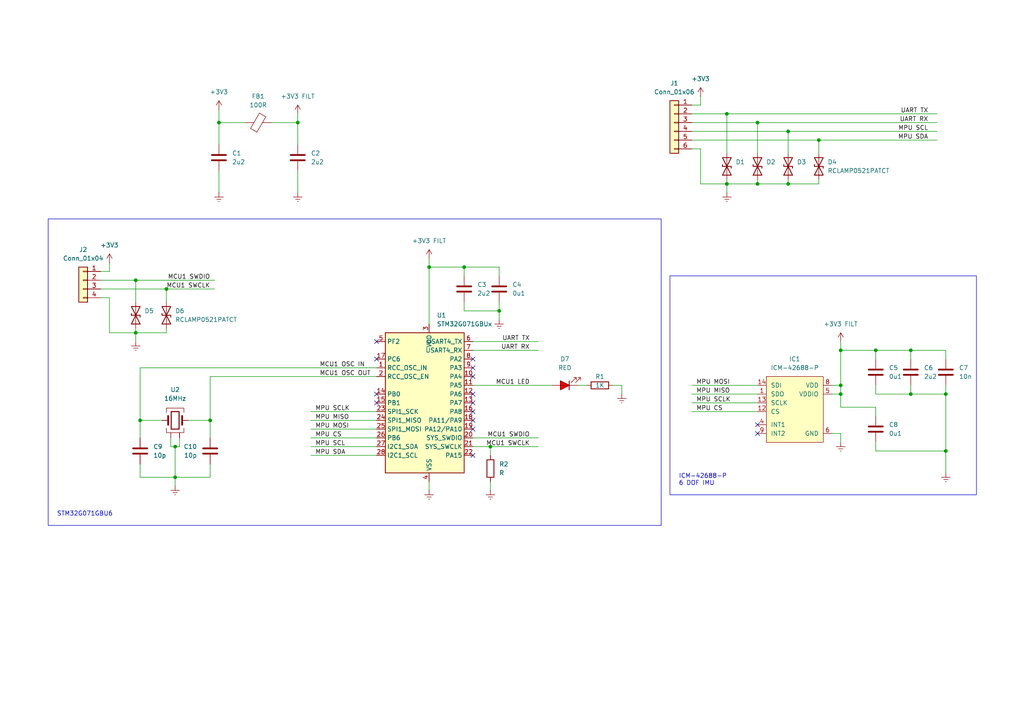
<source format=kicad_sch>
(kicad_sch (version 20231120) (generator "eeschema") (generator_version "8.0")
  (paper "A4")
  (lib_symbols
    (symbol "Connector_Generic:Conn_01x04" (pin_names (offset 1.016) hide)
      (property "Reference" "J" (at 0 5.08 0))
      (property "Value" "Conn_01x04" (at 0 -7.62 0))
      (symbol "Conn_01x04_1_1"
        (rectangle (start -1.27 -4.953) (end 0 -5.207) (stroke (width 0.1524)))
        (rectangle (start -1.27 -2.413) (end 0 -2.667) (stroke (width 0.1524)))
        (rectangle (start -1.27 0.127) (end 0 -0.127) (stroke (width 0.1524)))
        (rectangle (start -1.27 2.667) (end 0 2.413) (stroke (width 0.1524)))
        (rectangle (start -1.27 3.81) (end 1.27 -6.35) (stroke (width 0.254)) (fill (type background)))
        (pin passive line (at -5.08 2.54 0) (length 3.81) (name "Pin_1") (number "1"))
        (pin passive line (at -5.08 0 0) (length 3.81) (name "Pin_2") (number "2"))
        (pin passive line (at -5.08 -2.54 0) (length 3.81) (name "Pin_3") (number "3"))
        (pin passive line (at -5.08 -5.08 0) (length 3.81) (name "Pin_4") (number "4"))
      )
    )
    (symbol "Connector_Generic:Conn_01x06" (pin_names (offset 1.016) hide)
      (property "Reference" "J" (at 0 7.62 0))
      (property "Value" "Conn_01x06" (at 0 -10.16 0))
      (symbol "Conn_01x06_1_1"
        (rectangle (start -1.27 -7.493) (end 0 -7.747) (stroke (width 0.1524)))
        (rectangle (start -1.27 -4.953) (end 0 -5.207) (stroke (width 0.1524)))
        (rectangle (start -1.27 -2.413) (end 0 -2.667) (stroke (width 0.1524)))
        (rectangle (start -1.27 0.127) (end 0 -0.127) (stroke (width 0.1524)))
        (rectangle (start -1.27 2.667) (end 0 2.413) (stroke (width 0.1524)))
        (rectangle (start -1.27 5.207) (end 0 4.953) (stroke (width 0.1524)))
        (rectangle (start -1.27 6.35) (end 1.27 -8.89) (stroke (width 0.254)) (fill (type background)))
        (pin passive line (at -5.08 5.08 0) (length 3.81) (name "Pin_1") (number "1"))
        (pin passive line (at -5.08 2.54 0) (length 3.81) (name "Pin_2") (number "2"))
        (pin passive line (at -5.08 0 0) (length 3.81) (name "Pin_3") (number "3"))
        (pin passive line (at -5.08 -2.54 0) (length 3.81) (name "Pin_4") (number "4"))
        (pin passive line (at -5.08 -5.08 0) (length 3.81) (name "Pin_5") (number "5"))
        (pin passive line (at -5.08 -7.62 0) (length 3.81) (name "Pin_6") (number "6"))
      )
    )
    (symbol "Device:C" (pin_numbers hide) (pin_names (offset 0.254))
      (property "Reference" "C" (at 0.635 2.54 0))
      (property "Value" "C" (at 0.635 -2.54 0))
      (symbol "C_0_1"
        (polyline (pts (xy -2.032 -0.762) (xy 2.032 -0.762)) (stroke (width 0.508)))
        (polyline (pts (xy -2.032 0.762) (xy 2.032 0.762)) (stroke (width 0.508)))
      )
      (symbol "C_1_1"
        (pin passive line (at 0 3.81 270) (length 2.794) (name "~") (number "1"))
        (pin passive line (at 0 -3.81 90) (length 2.794) (name "~") (number "2"))
      )
    )
    (symbol "Device:D_TVS" (pin_numbers hide) (pin_names (offset 1.016) hide)
      (property "Reference" "D" (at 0 2.54 0))
      (property "Value" "D_TVS" (at 0 -2.54 0))
      (symbol "D_TVS_0_1"
        (polyline (pts (xy 1.27 0) (xy -1.27 0)))
        (polyline (pts (xy 0.508 1.27) (xy 0 1.27) (xy 0 -1.27) (xy -0.508 -1.27)) (stroke (width 0.254)))
        (polyline (pts (xy -2.54 1.27) (xy -2.54 -1.27) (xy 2.54 1.27) (xy 2.54 -1.27) (xy -2.54 1.27)) (stroke (width 0.254)))
      )
      (symbol "D_TVS_1_1"
        (pin passive line (at -3.81 0 0) (length 2.54) (name "A1") (number "1"))
        (pin passive line (at 3.81 0 180) (length 2.54) (name "A2") (number "2"))
      )
    )
    (symbol "Device:FerriteBead" (pin_numbers hide) (pin_names (offset 0))
      (property "Reference" "FB" (at -3.81 0.635 90))
      (property "Value" "FerriteBead" (at 3.81 0 90))
      (symbol "FerriteBead_0_1"
        (polyline (pts (xy 0 -1.27) (xy 0 -1.2192)))
        (polyline (pts (xy 0 1.27) (xy 0 1.2954)))
        (polyline (pts (xy -2.7686 0.4064) (xy -1.7018 2.2606) (xy 2.7686 -0.3048) (xy 1.6764 -2.159) (xy -2.7686 0.4064)))
      )
      (symbol "FerriteBead_1_1"
        (pin passive line (at 0 3.81 270) (length 2.54) (name "~") (number "1"))
        (pin passive line (at 0 -3.81 90) (length 2.54) (name "~") (number "2"))
      )
    )
    (symbol "Device:LED" (pin_numbers hide) (pin_names (offset 1.016) hide)
      (property "Reference" "D301" (at 0 -7.62 0))
      (property "Value" "RED" (at 0 -5.08 0))
      (symbol "LED_0_1"
        (polyline (pts (xy -1.27 -1.27) (xy -1.27 1.27)) (stroke (width 0.254)))
        (polyline (pts (xy -1.27 0) (xy 1.27 0)))
        (polyline (pts (xy -3.048 -0.762) (xy -4.572 -2.286) (xy -3.81 -2.286) (xy -4.572 -2.286) (xy -4.572 -1.524)))
        (polyline (pts (xy -1.778 -0.762) (xy -3.302 -2.286) (xy -2.54 -2.286) (xy -3.302 -2.286) (xy -3.302 -1.524)))
      )
      (symbol "LED_1_1"
        (polyline (pts (xy 1.27 -1.27) (xy 1.27 1.27) (xy -1.27 0) (xy 1.27 -1.27)) (stroke (width 0.254)) (fill (type color) (color 255 0 0 1)))
        (pin passive line (at -3.81 0 0) (length 2.54) (name "K") (number "1"))
        (pin passive line (at 3.81 0 180) (length 2.54) (name "A") (number "2"))
      )
    )
    (symbol "Device:R" (pin_numbers hide) (pin_names (offset 0))
      (property "Reference" "R" (at 2.032 0 90))
      (property "Value" "R" (at 0 0 90))
      (symbol "R_0_1"
        (rectangle (start -1.016 -2.54) (end 1.016 2.54) (stroke (width 0.254)))
      )
      (symbol "R_1_1"
        (pin passive line (at 0 3.81 270) (length 1.27) (name "~") (number "1"))
        (pin passive line (at 0 -3.81 90) (length 1.27) (name "~") (number "2"))
      )
    )
    (symbol "MCU_ST_STM32G0:STM32G071GBUx"
      (property "Reference" "U" (at -10.16 21.59 0))
      (property "Value" "STM32G071GBUx" (at 5.08 21.59 0))
      (symbol "STM32G071GBUx_0_1"
        (rectangle (start -10.16 -20.32) (end 12.7 20.32) (stroke (width 0.254)) (fill (type background)))
      )
      (symbol "STM32G071GBUx_1_1"
        (pin bidirectional line (at -12.7 10.16 0) (length 2.54) (name "PC14") (number "1") (alternate "RCC_OSC_IN" bidirectional line))
        (pin bidirectional line (at 15.24 7.62 180) (length 2.54) (name "PA4") (number "10"))
        (pin bidirectional line (at 15.24 5.08 180) (length 2.54) (name "PA5") (number "11") (alternate "SPI1_SCK" bidirectional line))
        (pin bidirectional line (at 15.24 2.54 180) (length 2.54) (name "PA6") (number "12") (alternate "SPI1_MISO" bidirectional line))
        (pin bidirectional line (at 15.24 0 180) (length 2.54) (name "PA7") (number "13") (alternate "SPI1_MOSI" bidirectional line))
        (pin bidirectional line (at -12.7 2.54 0) (length 2.54) (name "PB0") (number "14"))
        (pin bidirectional line (at -12.7 0 0) (length 2.54) (name "PB1") (number "15"))
        (pin bidirectional line (at 15.24 -2.54 180) (length 2.54) (name "PA8") (number "16"))
        (pin bidirectional line (at -12.7 12.7 0) (length 2.54) (name "PC6") (number "17"))
        (pin bidirectional line (at 15.24 -5.08 180) (length 2.54) (name "PA11/PA9") (number "18") (alternate "SPI1_MISO" bidirectional line))
        (pin bidirectional line (at 15.24 -7.62 180) (length 2.54) (name "PA12/PA10") (number "19") (alternate "SPI1_MOSI" bidirectional line))
        (pin bidirectional line (at -12.7 7.62 0) (length 2.54) (name "PC15") (number "2") (alternate "RCC_OSC_EN" bidirectional line))
        (pin bidirectional line (at 15.24 -10.16 180) (length 2.54) (name "PA13") (number "20") (alternate "SYS_SWDIO" bidirectional line))
        (pin bidirectional line (at 15.24 -12.7 180) (length 2.54) (name "PA14") (number "21") (alternate "SYS_SWCLK" bidirectional line))
        (pin bidirectional line (at 15.24 -15.24 180) (length 2.54) (name "PA15") (number "22"))
        (pin bidirectional line (at -12.7 -2.54 0) (length 2.54) (name "PB3") (number "23") (alternate "SPI1_SCK" bidirectional line))
        (pin bidirectional line (at -12.7 -5.08 0) (length 2.54) (name "PB4") (number "24") (alternate "SPI1_MISO" bidirectional line))
        (pin bidirectional line (at -12.7 -7.62 0) (length 2.54) (name "PB5") (number "25") (alternate "SPI1_MOSI" bidirectional line))
        (pin bidirectional line (at -12.7 -10.16 0) (length 2.54) (name "PB6") (number "26") (alternate "I2C1_SCL" bidirectional line))
        (pin bidirectional line (at -12.7 -12.7 0) (length 2.54) (name "PB7") (number "27") (alternate "I2C1_SDA" bidirectional line))
        (pin bidirectional line (at -12.7 -15.24 0) (length 2.54) (name "PB8") (number "28") (alternate "I2C1_SCL" bidirectional line))
        (pin power_in line (at 2.54 22.86 270) (length 2.54) (name "VDD") (number "3"))
        (pin power_in line (at 2.54 -22.86 90) (length 2.54) (name "VSS") (number "4"))
        (pin bidirectional line (at -12.7 17.78 0) (length 2.54) (name "PF2") (number "5"))
        (pin bidirectional line (at 15.24 17.78 180) (length 2.54) (name "PA0") (number "6") (alternate "USART4_TX" bidirectional line))
        (pin bidirectional line (at 15.24 15.24 180) (length 2.54) (name "PA1") (number "7") (alternate "SPI1_SCK" bidirectional line) (alternate "USART4_RX" bidirectional line))
        (pin bidirectional line (at 15.24 12.7 180) (length 2.54) (name "PA2") (number "8") (alternate "SPI1_MOSI" bidirectional line))
        (pin bidirectional line (at 15.24 10.16 180) (length 2.54) (name "PA3") (number "9"))
      )
    )
    (symbol "power:+3V3" (power) (pin_numbers hide) (pin_names (offset 0) hide)
      (property "Value" "+3V3" (at 0 3.556 0))
      (symbol "+3V3_0_1"
        (polyline (pts (xy -0.762 1.27) (xy 0 2.54)))
        (polyline (pts (xy 0 0) (xy 0 2.54)))
        (polyline (pts (xy 0 2.54) (xy 0.762 1.27)))
      )
      (symbol "+3V3_1_1"
        (pin power_in line (at 0 0 90) (length 0) (name "~") (number "1"))
      )
    )
    (symbol "power:GNDREF" (power) (pin_numbers hide) (pin_names (offset 0) hide)
      (property "Value" "GNDREF" (at 0 -3.81 0))
      (symbol "GNDREF_0_1"
        (polyline (pts (xy -0.635 -1.905) (xy 0.635 -1.905)))
        (polyline (pts (xy -0.127 -2.54) (xy 0.127 -2.54)))
        (polyline (pts (xy 0 -1.27) (xy 0 0)))
        (polyline (pts (xy 1.27 -1.27) (xy -1.27 -1.27)))
      )
      (symbol "GNDREF_1_1"
        (pin power_in line (at 0 0 270) (length 0) (name "~") (number "1"))
      )
    )
    (symbol "vincent:Crystal_GND" (pin_numbers hide) (pin_names (offset 1.27) hide)
      (property "Reference" "U" (at 0 2.286 0))
      (property "Value" "Crystal_GND" (at 0 0.762 0))
      (symbol "Crystal_GND_0_1"
        (rectangle (start -1.143 -1.27) (end 1.143 -6.35) (stroke (width 0.3048)))
        (polyline (pts (xy -2.54 -3.81) (xy -2.032 -3.81)))
        (polyline (pts (xy -2.032 -5.08) (xy -2.032 -2.54)) (stroke (width 0.508)))
        (polyline (pts (xy -1.27 -7.62) (xy -1.27 -7.366)))
        (polyline (pts (xy 1.27 -7.366) (xy 1.27 -7.62)))
        (polyline (pts (xy 2.032 -5.08) (xy 2.032 -2.54)) (stroke (width 0.508)))
        (polyline (pts (xy 2.032 -3.81) (xy 2.54 -3.81)))
        (polyline (pts (xy -2.54 -6.096) (xy -2.54 -7.366) (xy 2.54 -7.366) (xy 2.54 -6.096)))
        (polyline (pts (xy -2.54 -1.524) (xy -2.54 -0.254) (xy 2.54 -0.254) (xy 2.54 -1.524)))
      )
      (symbol "Crystal_GND_1_1"
        (pin passive line (at -3.81 -3.81 0) (length 1.27) (name "1") (number "1"))
        (pin passive line (at -1.27 -8.89 90) (length 1.27) (name "2") (number "2"))
        (pin passive line (at 3.81 -3.81 180) (length 1.27) (name "3") (number "3"))
        (pin passive line (at 1.27 -8.89 90) (length 1.27) (name "4") (number "4"))
      )
    )
    (symbol "vincent:ICM-42688-P" (pin_names (offset 1.27))
      (property "Reference" "IC" (at 2.286 4.572 0))
      (property "Value" "ICM-42688-P" (at 2.286 2.032 0))
      (symbol "ICM-42688-P_1_1"
        (rectangle (start 2.54 0) (end 19.05 -19.05) (fill (type background)))
        (pin passive line (at 0 -5.08 0) (length 2.54) (name "SDO") (number "1"))
        (pin passive line (at 21.59 -16.51 180) (length 2.54) hide (name "RESV") (number "10"))
        (pin passive line (at 21.59 -16.51 180) (length 2.54) hide (name "RESV") (number "11"))
        (pin passive line (at 0 -10.16 0) (length 2.54) (name "CS") (number "12"))
        (pin passive line (at 0 -7.62 0) (length 2.54) (name "SCLK") (number "13"))
        (pin passive line (at 0 -2.54 0) (length 2.54) (name "SDI") (number "14"))
        (pin passive line (at 21.59 -16.51 180) (length 2.54) hide (name "RESV") (number "2"))
        (pin passive line (at 21.59 -16.51 180) (length 2.54) hide (name "RESV") (number "3"))
        (pin passive line (at 0 -13.97 0) (length 2.54) (name "INT1") (number "4"))
        (pin passive line (at 21.59 -5.08 180) (length 2.54) (name "VDDIO") (number "5"))
        (pin passive line (at 21.59 -16.51 180) (length 2.54) (name "GND") (number "6"))
        (pin passive line (at 21.59 -16.51 180) (length 2.54) hide (name "RESV") (number "7"))
        (pin power_in line (at 21.59 -2.54 180) (length 2.54) (name "VDD") (number "8"))
        (pin passive line (at 0 -16.51 0) (length 2.54) (name "INT2") (number "9"))
      )
    )
  )
  (junction (at 142.24 129.54))
  (junction (at 39.37 81.28))
  (junction (at 237.49 40.64))
  (junction (at 210.82 53.34))
  (junction (at 50.8 129.54))
  (junction (at 210.82 33.02))
  (junction (at 144.78 90.17))
  (junction (at 124.46 77.47))
  (junction (at 243.84 111.76))
  (junction (at 228.6 53.34))
  (junction (at 219.71 53.34))
  (junction (at 86.36 35.56))
  (junction (at 274.32 130.81))
  (junction (at 63.5 35.56))
  (junction (at 243.84 114.3))
  (junction (at 264.16 101.6))
  (junction (at 264.16 114.3))
  (junction (at 60.96 121.92))
  (junction (at 254 101.6))
  (junction (at 50.8 138.43))
  (junction (at 39.37 96.52))
  (junction (at 219.71 35.56))
  (junction (at 274.32 114.3))
  (junction (at 243.84 101.6))
  (junction (at 228.6 38.1))
  (junction (at 40.64 121.92))
  (junction (at 48.26 83.82))
  (junction (at 134.62 77.47))
  (no_connect (at 137.16 132.08))
  (no_connect (at 137.16 104.14))
  (no_connect (at 137.16 114.3))
  (no_connect (at 137.16 119.38))
  (no_connect (at 109.22 99.06))
  (no_connect (at 137.16 109.22))
  (no_connect (at 109.22 114.3))
  (no_connect (at 109.22 116.84))
  (no_connect (at 137.16 106.68))
  (no_connect (at 219.71 123.19))
  (no_connect (at 219.71 125.73))
  (no_connect (at 137.16 121.92))
  (no_connect (at 109.22 104.14))
  (no_connect (at 137.16 124.46))
  (no_connect (at 137.16 116.84))
  (wire (pts (xy 142.24 129.54) (xy 156.21 129.54)))
  (wire (pts (xy 60.96 121.92) (xy 54.61 121.92)))
  (wire (pts (xy 39.37 95.25) (xy 39.37 96.52)))
  (wire (pts (xy 200.66 111.76) (xy 219.71 111.76)))
  (wire (pts (xy 137.16 101.6) (xy 156.21 101.6)))
  (wire (pts (xy 210.82 52.07) (xy 210.82 53.34)))
  (wire (pts (xy 52.07 127) (xy 52.07 129.54)))
  (wire (pts (xy 50.8 129.54) (xy 49.53 129.54)))
  (wire (pts (xy 90.17 124.46) (xy 109.22 124.46)))
  (wire (pts (xy 264.16 101.6) (xy 274.32 101.6)))
  (wire (pts (xy 39.37 81.28) (xy 62.23 81.28)))
  (wire (pts (xy 243.84 101.6) (xy 254 101.6)))
  (wire (pts (xy 134.62 77.47) (xy 144.78 77.47)))
  (wire (pts (xy 219.71 35.56) (xy 271.78 35.56)))
  (wire (pts (xy 40.64 121.92) (xy 40.64 127)))
  (wire (pts (xy 29.21 83.82) (xy 48.26 83.82)))
  (wire (pts (xy 142.24 139.7) (xy 142.24 142.24)))
  (wire (pts (xy 137.16 111.76) (xy 160.02 111.76)))
  (wire (pts (xy 237.49 40.64) (xy 271.78 40.64)))
  (wire (pts (xy 134.62 90.17) (xy 144.78 90.17)))
  (wire (pts (xy 90.17 132.08) (xy 109.22 132.08)))
  (wire (pts (xy 78.74 35.56) (xy 86.36 35.56)))
  (wire (pts (xy 31.75 96.52) (xy 39.37 96.52)))
  (wire (pts (xy 228.6 38.1) (xy 271.78 38.1)))
  (wire (pts (xy 48.26 83.82) (xy 62.23 83.82)))
  (wire (pts (xy 124.46 139.7) (xy 124.46 142.24)))
  (wire (pts (xy 203.2 43.18) (xy 203.2 53.34)))
  (wire (pts (xy 134.62 77.47) (xy 134.62 80.01)))
  (wire (pts (xy 200.66 116.84) (xy 219.71 116.84)))
  (wire (pts (xy 241.3 111.76) (xy 243.84 111.76)))
  (wire (pts (xy 29.21 78.74) (xy 31.75 78.74)))
  (wire (pts (xy 63.5 31.75) (xy 63.5 35.56)))
  (wire (pts (xy 200.66 35.56) (xy 219.71 35.56)))
  (wire (pts (xy 254 101.6) (xy 264.16 101.6)))
  (wire (pts (xy 200.66 119.38) (xy 219.71 119.38)))
  (wire (pts (xy 137.16 127) (xy 156.21 127)))
  (wire (pts (xy 50.8 138.43) (xy 50.8 140.97)))
  (wire (pts (xy 274.32 114.3) (xy 274.32 130.81)))
  (wire (pts (xy 243.84 114.3) (xy 243.84 118.11)))
  (wire (pts (xy 177.8 111.76) (xy 180.34 111.76)))
  (wire (pts (xy 52.07 129.54) (xy 50.8 129.54)))
  (wire (pts (xy 60.96 109.22) (xy 60.96 121.92)))
  (wire (pts (xy 210.82 33.02) (xy 210.82 44.45)))
  (wire (pts (xy 200.66 33.02) (xy 210.82 33.02)))
  (wire (pts (xy 203.2 53.34) (xy 210.82 53.34)))
  (wire (pts (xy 29.21 86.36) (xy 31.75 86.36)))
  (wire (pts (xy 144.78 87.63) (xy 144.78 90.17)))
  (wire (pts (xy 274.32 111.76) (xy 274.32 114.3)))
  (wire (pts (xy 60.96 109.22) (xy 109.22 109.22)))
  (wire (pts (xy 144.78 90.17) (xy 144.78 92.71)))
  (wire (pts (xy 124.46 77.47) (xy 134.62 77.47)))
  (wire (pts (xy 60.96 121.92) (xy 60.96 127)))
  (wire (pts (xy 39.37 81.28) (xy 39.37 87.63)))
  (wire (pts (xy 90.17 127) (xy 109.22 127)))
  (wire (pts (xy 109.22 106.68) (xy 40.64 106.68)))
  (wire (pts (xy 167.64 111.76) (xy 170.18 111.76)))
  (wire (pts (xy 274.32 101.6) (xy 274.32 104.14)))
  (wire (pts (xy 203.2 27.94) (xy 203.2 30.48)))
  (wire (pts (xy 86.36 49.53) (xy 86.36 55.88)))
  (wire (pts (xy 40.64 134.62) (xy 40.64 138.43)))
  (wire (pts (xy 237.49 44.45) (xy 237.49 40.64)))
  (wire (pts (xy 228.6 53.34) (xy 237.49 53.34)))
  (wire (pts (xy 137.16 129.54) (xy 142.24 129.54)))
  (wire (pts (xy 63.5 35.56) (xy 71.12 35.56)))
  (wire (pts (xy 200.66 114.3) (xy 219.71 114.3)))
  (wire (pts (xy 219.71 53.34) (xy 219.71 52.07)))
  (wire (pts (xy 124.46 74.93) (xy 124.46 77.47)))
  (wire (pts (xy 144.78 77.47) (xy 144.78 80.01)))
  (wire (pts (xy 243.84 101.6) (xy 243.84 111.76)))
  (wire (pts (xy 48.26 83.82) (xy 48.26 87.63)))
  (wire (pts (xy 254 101.6) (xy 254 104.14)))
  (wire (pts (xy 50.8 138.43) (xy 40.64 138.43)))
  (wire (pts (xy 237.49 52.07) (xy 237.49 53.34)))
  (wire (pts (xy 254 130.81) (xy 274.32 130.81)))
  (wire (pts (xy 200.66 40.64) (xy 237.49 40.64)))
  (wire (pts (xy 241.3 125.73) (xy 243.84 125.73)))
  (wire (pts (xy 219.71 35.56) (xy 219.71 44.45)))
  (wire (pts (xy 274.32 130.81) (xy 274.32 137.16)))
  (wire (pts (xy 60.96 138.43) (xy 50.8 138.43)))
  (wire (pts (xy 264.16 111.76) (xy 264.16 114.3)))
  (wire (pts (xy 39.37 96.52) (xy 39.37 99.06)))
  (wire (pts (xy 254 128.27) (xy 254 130.81)))
  (wire (pts (xy 200.66 30.48) (xy 203.2 30.48)))
  (wire (pts (xy 50.8 129.54) (xy 50.8 138.43)))
  (wire (pts (xy 90.17 119.38) (xy 109.22 119.38)))
  (wire (pts (xy 31.75 86.36) (xy 31.75 96.52)))
  (wire (pts (xy 137.16 99.06) (xy 156.21 99.06)))
  (wire (pts (xy 90.17 129.54) (xy 109.22 129.54)))
  (wire (pts (xy 86.36 33.02) (xy 86.36 35.56)))
  (wire (pts (xy 39.37 96.52) (xy 48.26 96.52)))
  (wire (pts (xy 228.6 52.07) (xy 228.6 53.34)))
  (wire (pts (xy 254 118.11) (xy 254 120.65)))
  (wire (pts (xy 90.17 121.92) (xy 109.22 121.92)))
  (wire (pts (xy 124.46 77.47) (xy 124.46 93.98)))
  (wire (pts (xy 243.84 99.06) (xy 243.84 101.6)))
  (wire (pts (xy 264.16 101.6) (xy 264.16 104.14)))
  (wire (pts (xy 86.36 35.56) (xy 86.36 41.91)))
  (wire (pts (xy 200.66 43.18) (xy 203.2 43.18)))
  (wire (pts (xy 31.75 76.2) (xy 31.75 78.74)))
  (wire (pts (xy 63.5 35.56) (xy 63.5 41.91)))
  (wire (pts (xy 200.66 38.1) (xy 228.6 38.1)))
  (wire (pts (xy 254 111.76) (xy 254 114.3)))
  (wire (pts (xy 264.16 114.3) (xy 274.32 114.3)))
  (wire (pts (xy 254 118.11) (xy 243.84 118.11)))
  (wire (pts (xy 49.53 129.54) (xy 49.53 127)))
  (wire (pts (xy 40.64 106.68) (xy 40.64 121.92)))
  (wire (pts (xy 48.26 96.52) (xy 48.26 95.25)))
  (wire (pts (xy 29.21 81.28) (xy 39.37 81.28)))
  (wire (pts (xy 63.5 49.53) (xy 63.5 55.88)))
  (wire (pts (xy 134.62 87.63) (xy 134.62 90.17)))
  (wire (pts (xy 210.82 53.34) (xy 219.71 53.34)))
  (wire (pts (xy 210.82 33.02) (xy 271.78 33.02)))
  (wire (pts (xy 60.96 134.62) (xy 60.96 138.43)))
  (wire (pts (xy 210.82 53.34) (xy 210.82 55.88)))
  (wire (pts (xy 243.84 125.73) (xy 243.84 128.27)))
  (wire (pts (xy 243.84 114.3) (xy 243.84 111.76)))
  (wire (pts (xy 46.99 121.92) (xy 40.64 121.92)))
  (wire (pts (xy 142.24 129.54) (xy 142.24 132.08)))
  (wire (pts (xy 219.71 53.34) (xy 228.6 53.34)))
  (wire (pts (xy 241.3 114.3) (xy 243.84 114.3)))
  (wire (pts (xy 254 114.3) (xy 264.16 114.3)))
  (wire (pts (xy 180.34 111.76) (xy 180.34 114.3)))
  (wire (pts (xy 228.6 38.1) (xy 228.6 44.45)))
  (rectangle (start 194.31 80.01) (end 283.21 143.51))
  (rectangle (start 13.97 63.5) (end 191.77 152.4))
  (text "ICM-42688-P\n6 DOF IMU\n" (at 196.85 140.97 0) (effects (font (size 1.27 1.27)) (justify left bottom)))
  (text "STM32G071GBU6" (at 16.51 149.86 0) (effects (font (size 1.27 1.27)) (justify left bottom)))
  (label "MPU MOSI" (at 91.44 124.46 0))
  (label "UART RX" (at 269.24 35.56 180))
  (label "MPU CS" (at 91.44 127 0))
  (label "MPU CS" (at 201.93 119.38 0))
  (label "UART RX" (at 153.67 101.6 180))
  (label "MCU1 OSC IN" (at 92.71 106.68 0))
  (label "MCU1 SWDIO" (at 153.67 127 180))
  (label "MPU MOSI" (at 201.93 111.76 0))
  (label "UART TX" (at 269.24 33.02 180))
  (label "MPU SCL" (at 91.44 129.54 0))
  (label "MCU1 SWDIO" (at 60.96 81.28 180))
  (label "MPU SDA" (at 269.24 40.64 180))
  (label "MCU1 SWCLK" (at 60.96 83.82 180))
  (label "MPU SDA" (at 91.44 132.08 0))
  (label "MPU SCLK" (at 201.93 116.84 0))
  (label "MCU1 LED" (at 153.67 111.76 180))
  (label "UART TX" (at 153.67 99.06 180))
  (label "MCU1 SWCLK" (at 153.67 129.54 180))
  (label "MPU SCLK" (at 91.44 119.38 0))
  (label "MPU MISO" (at 201.93 114.3 0))
  (label "MCU1 OSC OUT" (at 92.71 109.22 0))
  (label "MPU MISO" (at 91.44 121.92 0))
  (label "MPU SCL" (at 269.24 38.1 180))
  (symbol (lib_id "power:GNDREF") (at 144.78 92.71 0) (unit 1)
    (property "Reference" "#PWR014" (effects (hide yes)))
    (property "Value" "GNDREF" (effects (hide yes)))
    (property "Description" "Power symbol creates a global label with name \"GNDREF\" , reference supply ground" (effects (hide yes)))
  )
  (symbol (lib_id "power:+3V3") (at 243.84 99.06 0) (unit 1)
    (property "Reference" "#PWR016" (effects (hide yes)))
    (property "Value" "+3V3 FILT" (at 243.84 93.98 0))
    (property "Description" "Power symbol creates a global label with name \"+3V3\"" (effects (hide yes)))
  )
  (symbol (lib_id "Device:LED") (at 163.83 111.76 180) (unit 1)
    (property "Reference" "D7" (at 163.83 104.14 0))
    (property "Value" "RED" (at 163.83 106.68 0))
    (property "Footprint" "Library:led0603" (effects (hide yes)))
    (property "Description" "Light emitting diode" (effects (hide yes)))
  )
  (symbol (lib_id "power:GNDREF") (at 274.32 137.16 0) (unit 1)
    (property "Reference" "#PWR019" (effects (hide yes)))
    (property "Value" "GNDREF" (effects (hide yes)))
    (property "Description" "Power symbol creates a global label with name \"GNDREF\" , reference supply ground" (effects (hide yes)))
  )
  (symbol (lib_id "Device:C") (at 144.78 83.82 0) (unit 1)
    (property "Reference" "C4" (at 148.59 82.5499 0) (effects (justify left)))
    (property "Value" "0u1" (at 148.59 85.0899 0) (effects (justify left)))
    (property "Footprint" "Capacitor_SMD:C_0402_1005Metric_Pad0.74x0.62mm_HandSolder" (effects (hide yes)))
    (property "Description" "Unpolarized capacitor" (effects (hide yes)))
  )
  (symbol (lib_id "Device:C") (at 264.16 107.95 0) (unit 1)
    (property "Reference" "C6" (at 267.97 106.6799 0) (effects (justify left)))
    (property "Value" "2u2" (at 267.97 109.2199 0) (effects (justify left)))
    (property "Footprint" "Capacitor_SMD:C_0402_1005Metric_Pad0.74x0.62mm_HandSolder" (effects (hide yes)))
    (property "Description" "Unpolarized capacitor" (effects (hide yes)))
  )
  (symbol (lib_id "Device:C") (at 40.64 130.81 0) (mirror y) (unit 1)
    (property "Reference" "C9" (at 44.45 129.5399 0) (effects (justify right)))
    (property "Value" "10p" (at 44.45 132.0799 0) (effects (justify right)))
    (property "Footprint" "Capacitor_SMD:C_0402_1005Metric_Pad0.74x0.62mm_HandSolder" (effects (hide yes)))
    (property "Description" "Unpolarized capacitor" (effects (hide yes)))
  )
  (symbol (lib_id "Device:C") (at 134.62 83.82 0) (unit 1)
    (property "Reference" "C3" (at 138.43 82.5499 0) (effects (justify left)))
    (property "Value" "2u2" (at 138.43 85.0899 0) (effects (justify left)))
    (property "Footprint" "Capacitor_SMD:C_0402_1005Metric_Pad0.74x0.62mm_HandSolder" (effects (hide yes)))
    (property "Description" "Unpolarized capacitor" (effects (hide yes)))
  )
  (symbol (lib_id "power:+3V3") (at 86.36 33.02 0) (unit 1)
    (property "Reference" "#PWR08" (effects (hide yes)))
    (property "Value" "+3V3 FILT" (at 86.36 27.94 0))
    (property "Description" "Power symbol creates a global label with name \"+3V3\"" (effects (hide yes)))
  )
  (symbol (lib_id "Device:C") (at 274.32 107.95 0) (unit 1)
    (property "Reference" "C7" (at 278.13 106.6799 0) (effects (justify left)))
    (property "Value" "10n" (at 278.13 109.2199 0) (effects (justify left)))
    (property "Footprint" "Capacitor_SMD:C_0402_1005Metric_Pad0.74x0.62mm_HandSolder" (effects (hide yes)))
    (property "Description" "Unpolarized capacitor" (effects (hide yes)))
  )
  (symbol (lib_id "power:GNDREF") (at 180.34 114.3 0) (unit 1)
    (property "Reference" "#PWR017" (effects (hide yes)))
    (property "Value" "GNDREF" (effects (hide yes)))
    (property "Description" "Power symbol creates a global label with name \"GNDREF\" , reference supply ground" (effects (hide yes)))
  )
  (symbol (lib_id "Device:C") (at 254 107.95 0) (unit 1)
    (property "Reference" "C5" (at 257.81 106.6799 0) (effects (justify left)))
    (property "Value" "0u1" (at 257.81 109.2199 0) (effects (justify left)))
    (property "Footprint" "Capacitor_SMD:C_0402_1005Metric_Pad0.74x0.62mm_HandSolder" (effects (hide yes)))
    (property "Description" "Unpolarized capacitor" (effects (hide yes)))
  )
  (symbol (lib_id "Device:R") (at 142.24 135.89 180) (unit 1)
    (property "Reference" "R2" (at 144.78 134.6199 0) (effects (justify right)))
    (property "Value" "R" (at 144.78 137.1599 0) (effects (justify right)))
    (property "Footprint" "Resistor_SMD:R_0402_1005Metric" (effects (hide yes)))
    (property "Description" "Resistor" (effects (hide yes)))
  )
  (symbol (lib_id "power:+3V3") (at 63.5 31.75 0) (unit 1)
    (property "Reference" "#PWR07" (effects (hide yes)))
    (property "Value" "+3V3" (at 63.5 26.67 0))
    (property "Description" "Power symbol creates a global label with name \"+3V3\"" (effects (hide yes)))
  )
  (symbol (lib_id "Device:D_TVS") (at 219.71 48.26 90) (unit 1)
    (property "Reference" "D2" (at 222.25 46.9899 90) (effects (justify right)))
    (property "Value" "RCLAMP0521PATCT" (effects (hide yes)))
    (property "Footprint" "Library:RCLAMP0521PATCT" (effects (hide yes)))
    (property "Description" "Bidirectional transient-voltage-suppression diode" (effects (hide yes)))
  )
  (symbol (lib_id "power:GNDREF") (at 142.24 142.24 0) (unit 1)
    (property "Reference" "#PWR022" (effects (hide yes)))
    (property "Value" "GNDREF" (effects (hide yes)))
    (property "Description" "Power symbol creates a global label with name \"GNDREF\" , reference supply ground" (effects (hide yes)))
  )
  (symbol (lib_id "Device:D_TVS") (at 228.6 48.26 90) (unit 1)
    (property "Reference" "D3" (at 231.14 46.9899 90) (effects (justify right)))
    (property "Value" "RCLAMP0521PATCT" (effects (hide yes)))
    (property "Footprint" "Library:RCLAMP0521PATCT" (effects (hide yes)))
    (property "Description" "Bidirectional transient-voltage-suppression diode" (effects (hide yes)))
  )
  (symbol (lib_id "Device:C") (at 60.96 130.81 0) (mirror y) (unit 1)
    (property "Reference" "C10" (at 57.15 129.5399 0) (effects (justify left)))
    (property "Value" "10p" (at 57.15 132.0799 0) (effects (justify left)))
    (property "Footprint" "Capacitor_SMD:C_0402_1005Metric_Pad0.74x0.62mm_HandSolder" (effects (hide yes)))
    (property "Description" "Unpolarized capacitor" (effects (hide yes)))
  )
  (symbol (lib_id "Device:D_TVS") (at 48.26 91.44 90) (unit 1)
    (property "Reference" "D6" (at 50.8 90.1699 90) (effects (justify right)))
    (property "Value" "RCLAMP0521PATCT" (at 50.8 92.7099 90) (effects (justify right)))
    (property "Footprint" "Library:RCLAMP0521PATCT" (effects (hide yes)))
    (property "Description" "Bidirectional transient-voltage-suppression diode" (effects (hide yes)))
  )
  (symbol (lib_id "power:GNDREF") (at 210.82 55.88 0) (unit 1)
    (property "Reference" "#PWR011" (effects (hide yes)))
    (property "Value" "GNDREF" (effects (hide yes)))
    (property "Description" "Power symbol creates a global label with name \"GNDREF\" , reference supply ground" (effects (hide yes)))
  )
  (symbol (lib_id "power:GNDREF") (at 50.8 140.97 0) (unit 1)
    (property "Reference" "#PWR020" (effects (hide yes)))
    (property "Value" "GNDREF" (effects (hide yes)))
    (property "Description" "Power symbol creates a global label with name \"GNDREF\" , reference supply ground" (effects (hide yes)))
  )
  (symbol (lib_id "Device:C") (at 86.36 45.72 0) (mirror y) (unit 1)
    (property "Reference" "C2" (at 90.17 44.4499 0) (effects (justify right)))
    (property "Value" "2u2" (at 90.17 46.9899 0) (effects (justify right)))
    (property "Footprint" "Library:cap0603" (effects (hide yes)))
    (property "Description" "Unpolarized capacitor" (effects (hide yes)))
  )
  (symbol (lib_id "Connector_Generic:Conn_01x06") (at 195.58 35.56 0) (mirror y) (unit 1)
    (property "Reference" "J1" (at 195.58 24.13 0))
    (property "Value" "Conn_01x06" (at 195.58 26.67 0))
    (property "Description" "Generic connector, single row, 01x06, script generated (kicad-library-utils/schlib/autogen/connector/)" (effects (hide yes)))
  )
  (symbol (lib_id "vincent:ICM-42688-P") (at 219.71 109.22 0) (unit 1)
    (property "Reference" "IC1" (at 230.505 104.14 0))
    (property "Value" "ICM-42688-P" (at 230.505 106.68 0))
    (property "Footprint" "Library:IIM42352" (effects (hide yes)))
    (property "Datasheet" "https://3cfeqx1hf82y3xcoull08ihx-wpengine.netdna-ssl.com/wp-content/uploads/2021/06/DS-000347-ICM-42688-P-v1.5.pdf" (effects (hide yes)))
    (property "Description" "IMU (Inertial Measurement Unit), 6-Axis, Accelerometer, Gyroscope" (effects (hide yes)))
    (property "Mouser Part Number" "410-ICM-42688-P" (effects (hide yes)))
    (property "Mouser Price/Stock" "https://www.mouser.co.uk/ProductDetail/TDK-InvenSense/ICM-42688-P?qs=OlC7AqGiEDk8QrNAV728zw%3D%3D" (effects (hide yes)))
    (property "Manufacturer_Name" "TDK" (effects (hide yes)))
    (property "Manufacturer_Part_Number" "ICM-42688-P" (effects (hide yes)))
  )
  (symbol (lib_id "power:GNDREF") (at 124.46 142.24 0) (unit 1)
    (property "Reference" "#PWR021" (effects (hide yes)))
    (property "Value" "GNDREF" (effects (hide yes)))
    (property "Description" "Power symbol creates a global label with name \"GNDREF\" , reference supply ground" (effects (hide yes)))
  )
  (symbol (lib_id "Device:R") (at 173.99 111.76 90) (unit 1)
    (property "Reference" "R1" (at 173.99 109.22 90))
    (property "Value" "1K" (at 173.99 111.76 90))
    (property "Footprint" "Resistor_SMD:R_0402_1005Metric" (effects (hide yes)))
    (property "Description" "Resistor" (effects (hide yes)))
  )
  (symbol (lib_id "power:GNDREF") (at 243.84 128.27 0) (unit 1)
    (property "Reference" "#PWR018" (effects (hide yes)))
    (property "Value" "GNDREF" (effects (hide yes)))
    (property "Description" "Power symbol creates a global label with name \"GNDREF\" , reference supply ground" (effects (hide yes)))
  )
  (symbol (lib_id "power:+3V3") (at 203.2 27.94 0) (unit 1)
    (property "Reference" "#PWR06" (effects (hide yes)))
    (property "Value" "+3V3" (at 203.2 22.86 0))
    (property "Description" "Power symbol creates a global label with name \"+3V3\"" (effects (hide yes)))
  )
  (symbol (lib_id "Device:D_TVS") (at 39.37 91.44 90) (unit 1)
    (property "Reference" "D5" (at 41.91 90.1699 90) (effects (justify right)))
    (property "Value" "RCLAMP0521PATCT" (effects (hide yes)))
    (property "Footprint" "Library:RCLAMP0521PATCT" (effects (hide yes)))
    (property "Description" "Bidirectional transient-voltage-suppression diode" (effects (hide yes)))
  )
  (symbol (lib_id "Device:D_TVS") (at 210.82 48.26 90) (unit 1)
    (property "Reference" "D1" (at 213.36 46.9899 90) (effects (justify right)))
    (property "Value" "RCLAMP0521PATCT" (effects (hide yes)))
    (property "Footprint" "Library:RCLAMP0521PATCT" (effects (hide yes)))
    (property "Description" "Bidirectional transient-voltage-suppression diode" (effects (hide yes)))
  )
  (symbol (lib_id "vincent:Crystal_GND") (at 50.8 118.11 0) (mirror y) (unit 1)
    (property "Reference" "U2" (at 50.8 113.03 0))
    (property "Value" "16MHz" (at 50.8 115.57 0))
    (property "Footprint" "Library:830108288709" (effects (hide yes)))
    (property "Datasheet" "https://www.we-online.com/components/products/datasheet/830108288709.pdf" (effects (hide yes)))
  )
  (symbol (lib_id "power:+3V3") (at 31.75 76.2 0) (unit 1)
    (property "Reference" "#PWR013" (effects (hide yes)))
    (property "Value" "+3V3" (at 31.75 71.12 0))
    (property "Description" "Power symbol creates a global label with name \"+3V3\"" (effects (hide yes)))
  )
  (symbol (lib_id "power:GNDREF") (at 39.37 99.06 0) (unit 1)
    (property "Reference" "#PWR015" (effects (hide yes)))
    (property "Value" "GNDREF" (effects (hide yes)))
    (property "Description" "Power symbol creates a global label with name \"GNDREF\" , reference supply ground" (effects (hide yes)))
  )
  (symbol (lib_id "power:GNDREF") (at 86.36 55.88 0) (unit 1)
    (property "Reference" "#PWR010" (effects (hide yes)))
    (property "Value" "GNDREF" (effects (hide yes)))
    (property "Description" "Power symbol creates a global label with name \"GNDREF\" , reference supply ground" (effects (hide yes)))
  )
  (symbol (lib_id "Device:C") (at 254 124.46 0) (unit 1)
    (property "Reference" "C8" (at 257.81 123.1899 0) (effects (justify left)))
    (property "Value" "0u1" (at 257.81 125.7299 0) (effects (justify left)))
    (property "Footprint" "Capacitor_SMD:C_0402_1005Metric_Pad0.74x0.62mm_HandSolder" (effects (hide yes)))
    (property "Description" "Unpolarized capacitor" (effects (hide yes)))
  )
  (symbol (lib_id "Device:C") (at 63.5 45.72 0) (mirror y) (unit 1)
    (property "Reference" "C1" (at 67.31 44.4499 0) (effects (justify right)))
    (property "Value" "2u2" (at 67.31 46.9899 0) (effects (justify right)))
    (property "Footprint" "Library:cap0603" (effects (hide yes)))
    (property "Description" "Unpolarized capacitor" (effects (hide yes)))
  )
  (symbol (lib_id "Connector_Generic:Conn_01x04") (at 24.13 81.28 0) (mirror y) (unit 1)
    (property "Reference" "J2" (at 24.13 72.39 0))
    (property "Value" "Conn_01x04" (at 24.13 74.93 0))
    (property "Footprint" "Connector_PinHeader_2.54mm:PinHeader_2x02_P2.54mm_Vertical" (effects (hide yes)))
    (property "Description" "Generic connector, single row, 01x04, script generated (kicad-library-utils/schlib/autogen/connector/)" (effects (hide yes)))
  )
  (symbol (lib_id "power:GNDREF") (at 63.5 55.88 0) (unit 1)
    (property "Reference" "#PWR09" (effects (hide yes)))
    (property "Value" "GNDREF" (effects (hide yes)))
    (property "Description" "Power symbol creates a global label with name \"GNDREF\" , reference supply ground" (effects (hide yes)))
  )
  (symbol (lib_id "MCU_ST_STM32G0:STM32G071GBUx") (at 121.92 116.84 0) (unit 1)
    (property "Reference" "U1" (at 126.6841 91.44 0) (effects (justify left)))
    (property "Value" "STM32G071GBUx" (at 126.6841 93.98 0) (effects (justify left)))
    (property "Footprint" "Package_DFN_QFN:QFN-28_4x4mm_P0.5mm" (effects (hide yes)))
    (property "Datasheet" "https://www.st.com/resource/en/datasheet/stm32g071gb.pdf" (effects (hide yes)))
    (property "Description" "STMicroelectronics Arm Cortex-M0+ MCU, 128KB flash, 36KB RAM, 64 MHz, 1.7-3.6V, 26 GPIO, UFQFPN28" (effects (hide yes)))
    (pin "1" (alternate "RCC_OSC_IN"))
    (pin "27" (alternate "I2C1_SDA"))
    (pin "6" (alternate "USART4_TX"))
    (pin "25" (alternate "SPI1_MOSI"))
    (pin "7" (alternate "USART4_RX"))
    (pin "20" (alternate "SYS_SWDIO"))
    (pin "2" (alternate "RCC_OSC_EN"))
    (pin "21" (alternate "SYS_SWCLK"))
    (pin "28" (alternate "I2C1_SCL"))
    (pin "23" (alternate "SPI1_SCK"))
    (pin "24" (alternate "SPI1_MISO"))
  )
  (symbol (lib_id "Device:D_TVS") (at 237.49 48.26 90) (unit 1)
    (property "Reference" "D4" (at 240.03 46.9899 90) (effects (justify right)))
    (property "Value" "RCLAMP0521PATCT" (at 240.03 49.5299 90) (effects (justify right)))
    (property "Footprint" "Library:RCLAMP0521PATCT" (effects (hide yes)))
    (property "Description" "Bidirectional transient-voltage-suppression diode" (effects (hide yes)))
  )
  (symbol (lib_id "power:+3V3") (at 124.46 74.93 0) (unit 1)
    (property "Reference" "#PWR012" (effects (hide yes)))
    (property "Value" "+3V3 FILT" (at 124.46 69.85 0))
    (property "Description" "Power symbol creates a global label with name \"+3V3\"" (effects (hide yes)))
  )
  (symbol (lib_id "Device:FerriteBead") (at 74.93 35.56 90) (unit 1)
    (property "Reference" "FB1" (at 74.8792 27.94 90))
    (property "Value" "100R" (at 74.8792 30.48 90))
    (property "Footprint" "Library:fb0603" (effects (hide yes)))
    (property "Description" "Ferrite bead" (effects (hide yes)))
  )
)
</source>
